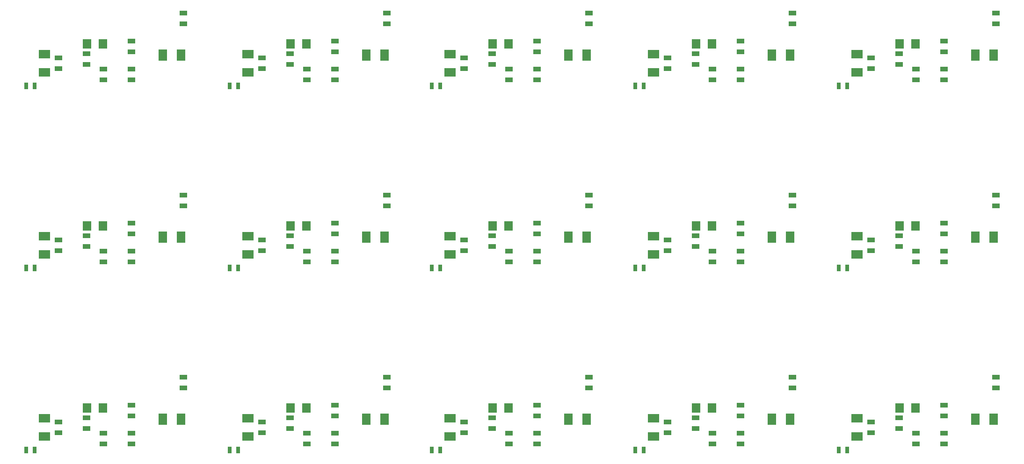
<source format=gbp>
G04 (created by PCBNEW-RS274X (2011-07-08)-stable) date Sun 14 Aug 2011 04:05:59 PM EDT*
G01*
G70*
G90*
%MOIN*%
G04 Gerber Fmt 3.4, Leading zero omitted, Abs format*
%FSLAX34Y34*%
G04 APERTURE LIST*
%ADD10C,0.006000*%
%ADD11R,0.025000X0.045000*%
%ADD12R,0.055000X0.035000*%
%ADD13R,0.080000X0.060000*%
%ADD14R,0.060000X0.080000*%
%ADD15R,0.062900X0.070900*%
G04 APERTURE END LIST*
G54D10*
G54D11*
X75900Y-55800D03*
X76500Y-55800D03*
G54D12*
X87100Y-51375D03*
X87100Y-50625D03*
G54D13*
X77200Y-54850D03*
X77200Y-53550D03*
G54D14*
X86950Y-53600D03*
X85650Y-53600D03*
G54D12*
X78200Y-54575D03*
X78200Y-53825D03*
X81400Y-55375D03*
X81400Y-54625D03*
X80200Y-53525D03*
X80200Y-54275D03*
X83400Y-53375D03*
X83400Y-52625D03*
X83400Y-54625D03*
X83400Y-55375D03*
G54D15*
X80241Y-52800D03*
X81359Y-52800D03*
G54D11*
X46900Y-55800D03*
X47500Y-55800D03*
G54D12*
X58100Y-51375D03*
X58100Y-50625D03*
G54D13*
X48200Y-54850D03*
X48200Y-53550D03*
G54D14*
X57950Y-53600D03*
X56650Y-53600D03*
G54D12*
X49200Y-54575D03*
X49200Y-53825D03*
X52400Y-55375D03*
X52400Y-54625D03*
X51200Y-53525D03*
X51200Y-54275D03*
X54400Y-53375D03*
X54400Y-52625D03*
X54400Y-54625D03*
X54400Y-55375D03*
G54D15*
X51241Y-52800D03*
X52359Y-52800D03*
X65741Y-52800D03*
X66859Y-52800D03*
G54D12*
X68900Y-54625D03*
X68900Y-55375D03*
X68900Y-53375D03*
X68900Y-52625D03*
X65700Y-53525D03*
X65700Y-54275D03*
X66900Y-55375D03*
X66900Y-54625D03*
X63700Y-54575D03*
X63700Y-53825D03*
G54D14*
X72450Y-53600D03*
X71150Y-53600D03*
G54D13*
X62700Y-54850D03*
X62700Y-53550D03*
G54D12*
X72600Y-51375D03*
X72600Y-50625D03*
G54D11*
X61400Y-55800D03*
X62000Y-55800D03*
X32500Y-55800D03*
X33100Y-55800D03*
G54D12*
X43700Y-51375D03*
X43700Y-50625D03*
G54D13*
X33800Y-54850D03*
X33800Y-53550D03*
G54D14*
X43550Y-53600D03*
X42250Y-53600D03*
G54D12*
X34800Y-54575D03*
X34800Y-53825D03*
X38000Y-55375D03*
X38000Y-54625D03*
X36800Y-53525D03*
X36800Y-54275D03*
X40000Y-53375D03*
X40000Y-52625D03*
X40000Y-54625D03*
X40000Y-55375D03*
G54D15*
X36841Y-52800D03*
X37959Y-52800D03*
X22341Y-52800D03*
X23459Y-52800D03*
G54D12*
X25500Y-54625D03*
X25500Y-55375D03*
X25500Y-53375D03*
X25500Y-52625D03*
X22300Y-53525D03*
X22300Y-54275D03*
X23500Y-55375D03*
X23500Y-54625D03*
X20300Y-54575D03*
X20300Y-53825D03*
G54D14*
X29050Y-53600D03*
X27750Y-53600D03*
G54D13*
X19300Y-54850D03*
X19300Y-53550D03*
G54D12*
X29200Y-51375D03*
X29200Y-50625D03*
G54D11*
X18000Y-55800D03*
X18600Y-55800D03*
X18000Y-42800D03*
X18600Y-42800D03*
G54D12*
X29200Y-38375D03*
X29200Y-37625D03*
G54D13*
X19300Y-41850D03*
X19300Y-40550D03*
G54D14*
X29050Y-40600D03*
X27750Y-40600D03*
G54D12*
X20300Y-41575D03*
X20300Y-40825D03*
X23500Y-42375D03*
X23500Y-41625D03*
X22300Y-40525D03*
X22300Y-41275D03*
X25500Y-40375D03*
X25500Y-39625D03*
X25500Y-41625D03*
X25500Y-42375D03*
G54D15*
X22341Y-39800D03*
X23459Y-39800D03*
X36841Y-39800D03*
X37959Y-39800D03*
G54D12*
X40000Y-41625D03*
X40000Y-42375D03*
X40000Y-40375D03*
X40000Y-39625D03*
X36800Y-40525D03*
X36800Y-41275D03*
X38000Y-42375D03*
X38000Y-41625D03*
X34800Y-41575D03*
X34800Y-40825D03*
G54D14*
X43550Y-40600D03*
X42250Y-40600D03*
G54D13*
X33800Y-41850D03*
X33800Y-40550D03*
G54D12*
X43700Y-38375D03*
X43700Y-37625D03*
G54D11*
X32500Y-42800D03*
X33100Y-42800D03*
X61400Y-42800D03*
X62000Y-42800D03*
G54D12*
X72600Y-38375D03*
X72600Y-37625D03*
G54D13*
X62700Y-41850D03*
X62700Y-40550D03*
G54D14*
X72450Y-40600D03*
X71150Y-40600D03*
G54D12*
X63700Y-41575D03*
X63700Y-40825D03*
X66900Y-42375D03*
X66900Y-41625D03*
X65700Y-40525D03*
X65700Y-41275D03*
X68900Y-40375D03*
X68900Y-39625D03*
X68900Y-41625D03*
X68900Y-42375D03*
G54D15*
X65741Y-39800D03*
X66859Y-39800D03*
X51241Y-39800D03*
X52359Y-39800D03*
G54D12*
X54400Y-41625D03*
X54400Y-42375D03*
X54400Y-40375D03*
X54400Y-39625D03*
X51200Y-40525D03*
X51200Y-41275D03*
X52400Y-42375D03*
X52400Y-41625D03*
X49200Y-41575D03*
X49200Y-40825D03*
G54D14*
X57950Y-40600D03*
X56650Y-40600D03*
G54D13*
X48200Y-41850D03*
X48200Y-40550D03*
G54D12*
X58100Y-38375D03*
X58100Y-37625D03*
G54D11*
X46900Y-42800D03*
X47500Y-42800D03*
G54D15*
X80241Y-39800D03*
X81359Y-39800D03*
G54D12*
X83400Y-41625D03*
X83400Y-42375D03*
X83400Y-40375D03*
X83400Y-39625D03*
X80200Y-40525D03*
X80200Y-41275D03*
X81400Y-42375D03*
X81400Y-41625D03*
X78200Y-41575D03*
X78200Y-40825D03*
G54D14*
X86950Y-40600D03*
X85650Y-40600D03*
G54D13*
X77200Y-41850D03*
X77200Y-40550D03*
G54D12*
X87100Y-38375D03*
X87100Y-37625D03*
G54D11*
X75900Y-42800D03*
X76500Y-42800D03*
X75900Y-29800D03*
X76500Y-29800D03*
G54D12*
X87100Y-25375D03*
X87100Y-24625D03*
G54D13*
X77200Y-28850D03*
X77200Y-27550D03*
G54D14*
X86950Y-27600D03*
X85650Y-27600D03*
G54D12*
X78200Y-28575D03*
X78200Y-27825D03*
X81400Y-29375D03*
X81400Y-28625D03*
X80200Y-27525D03*
X80200Y-28275D03*
X83400Y-27375D03*
X83400Y-26625D03*
X83400Y-28625D03*
X83400Y-29375D03*
G54D15*
X80241Y-26800D03*
X81359Y-26800D03*
G54D11*
X46900Y-29800D03*
X47500Y-29800D03*
G54D12*
X58100Y-25375D03*
X58100Y-24625D03*
G54D13*
X48200Y-28850D03*
X48200Y-27550D03*
G54D14*
X57950Y-27600D03*
X56650Y-27600D03*
G54D12*
X49200Y-28575D03*
X49200Y-27825D03*
X52400Y-29375D03*
X52400Y-28625D03*
X51200Y-27525D03*
X51200Y-28275D03*
X54400Y-27375D03*
X54400Y-26625D03*
X54400Y-28625D03*
X54400Y-29375D03*
G54D15*
X51241Y-26800D03*
X52359Y-26800D03*
X65741Y-26800D03*
X66859Y-26800D03*
G54D12*
X68900Y-28625D03*
X68900Y-29375D03*
X68900Y-27375D03*
X68900Y-26625D03*
X65700Y-27525D03*
X65700Y-28275D03*
X66900Y-29375D03*
X66900Y-28625D03*
X63700Y-28575D03*
X63700Y-27825D03*
G54D14*
X72450Y-27600D03*
X71150Y-27600D03*
G54D13*
X62700Y-28850D03*
X62700Y-27550D03*
G54D12*
X72600Y-25375D03*
X72600Y-24625D03*
G54D11*
X61400Y-29800D03*
X62000Y-29800D03*
X32500Y-29800D03*
X33100Y-29800D03*
G54D12*
X43700Y-25375D03*
X43700Y-24625D03*
G54D13*
X33800Y-28850D03*
X33800Y-27550D03*
G54D14*
X43550Y-27600D03*
X42250Y-27600D03*
G54D12*
X34800Y-28575D03*
X34800Y-27825D03*
X38000Y-29375D03*
X38000Y-28625D03*
X36800Y-27525D03*
X36800Y-28275D03*
X40000Y-27375D03*
X40000Y-26625D03*
X40000Y-28625D03*
X40000Y-29375D03*
G54D15*
X36841Y-26800D03*
X37959Y-26800D03*
X22341Y-26800D03*
X23459Y-26800D03*
G54D12*
X25500Y-28625D03*
X25500Y-29375D03*
X25500Y-27375D03*
X25500Y-26625D03*
X22300Y-27525D03*
X22300Y-28275D03*
X23500Y-29375D03*
X23500Y-28625D03*
X20300Y-28575D03*
X20300Y-27825D03*
G54D14*
X29050Y-27600D03*
X27750Y-27600D03*
G54D13*
X19300Y-28850D03*
X19300Y-27550D03*
G54D12*
X29200Y-25375D03*
X29200Y-24625D03*
G54D11*
X18000Y-29800D03*
X18600Y-29800D03*
M02*

</source>
